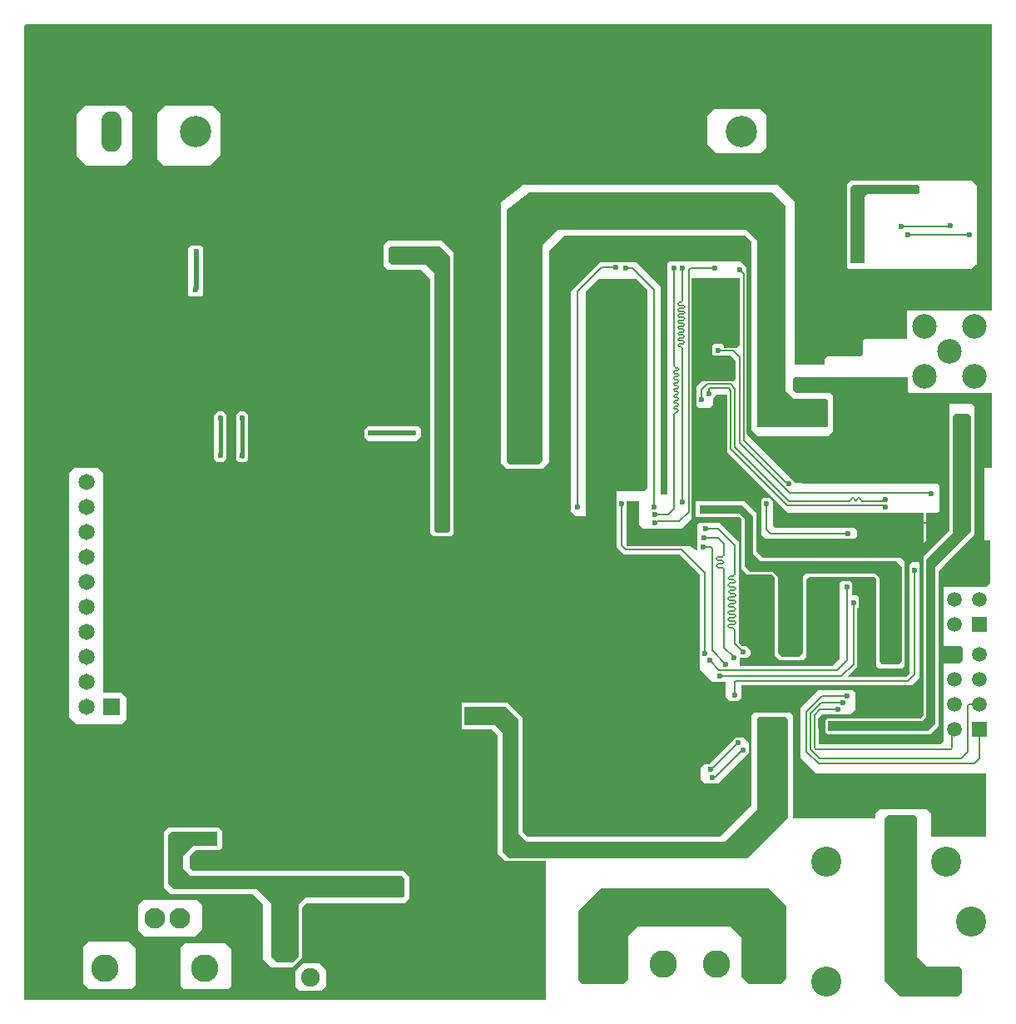
<source format=gbl>
G04*
G04 #@! TF.GenerationSoftware,Altium Limited,Altium Designer,21.0.8 (223)*
G04*
G04 Layer_Physical_Order=2*
G04 Layer_Color=37055*
%FSTAX24Y24*%
%MOIN*%
G70*
G04*
G04 #@! TF.SameCoordinates,736B94AB-3AD6-4132-BD99-26C8E2632B86*
G04*
G04*
G04 #@! TF.FilePolarity,Positive*
G04*
G01*
G75*
%ADD11C,0.0100*%
%ADD12C,0.0118*%
%ADD14C,0.0079*%
%ADD133C,0.0197*%
%ADD135C,0.0157*%
%ADD137C,0.0394*%
%ADD139C,0.1100*%
%ADD140C,0.1102*%
%ADD141C,0.0827*%
%ADD142C,0.1969*%
%ADD143C,0.1260*%
%ADD144O,0.0815X0.1630*%
%ADD145C,0.1200*%
%ADD146C,0.0591*%
%ADD147R,0.0591X0.0591*%
%ADD148C,0.0984*%
%ADD149R,0.0650X0.0650*%
%ADD150C,0.0650*%
%ADD151C,0.0750*%
%ADD152C,0.0236*%
%ADD153C,0.0276*%
%ADD154C,0.0118*%
%ADD155C,0.0197*%
G36*
X049134Y042756D02*
Y03937D01*
Y037717D01*
X045709D01*
Y036575D01*
X044016D01*
X043937Y036496D01*
Y035945D01*
X043858Y035866D01*
X04252D01*
X042402Y035748D01*
Y035551D01*
X04122Y035551D01*
Y036575D01*
Y042087D01*
X040551Y042756D01*
X037717D01*
Y04439D01*
X038091Y044016D01*
X039843D01*
X040079Y044252D01*
Y045551D01*
X039843Y045787D01*
X037992D01*
X037717Y045512D01*
X037717Y042756D01*
X030354D01*
X029449Y042047D01*
Y042126D01*
X029449Y042205D01*
X029449Y041732D01*
X028898Y042283D01*
X028898D01*
X029449Y041732D01*
X029449Y031614D01*
X029685Y031378D01*
X031102D01*
X031378Y031654D01*
X031378Y040118D01*
X031969Y040709D01*
X039252D01*
X039488Y040472D01*
Y039764D01*
Y039252D01*
X039488Y032953D01*
X039764Y032677D01*
X042559D01*
X042756Y032874D01*
Y034252D01*
Y034291D01*
X042638Y034409D01*
X04126D01*
X041142Y034528D01*
Y034961D01*
X04122Y035039D01*
X045748D01*
Y034488D01*
X045827Y034409D01*
X045827Y034409D01*
X048819D01*
X048819Y034409D01*
X049134D01*
Y031417D01*
X048819D01*
X048819Y028504D01*
X049055D01*
X049055Y028268D01*
X049055Y026811D01*
X048898Y026654D01*
X048819Y026654D01*
X048819Y027704D01*
Y026654D01*
X047323D01*
X047169Y026654D01*
Y024291D01*
X047874D01*
X047953Y024213D01*
Y023701D01*
X047835Y023583D01*
X047169D01*
Y020673D01*
X047169Y020599D01*
X047169Y020476D01*
X047047Y020354D01*
X042205D01*
X042169Y02039D01*
Y020559D01*
X042169Y020582D01*
X042165Y021378D01*
X042323Y021535D01*
X043465D01*
X043661Y021732D01*
Y022402D01*
X043543Y02252D01*
X042165D01*
X041928Y022282D01*
X041935D01*
X041457Y021804D01*
Y019803D01*
X042087Y019173D01*
X048898D01*
X048898Y017756D01*
Y016654D01*
X046693D01*
Y017559D01*
X046496Y017756D01*
X044646D01*
X044449Y017559D01*
X044449Y017362D01*
X044055Y017362D01*
Y017362D01*
X041142D01*
Y019173D01*
Y020118D01*
X041142Y020118D01*
X041142Y021496D01*
X041024Y021614D01*
X039606D01*
X039488Y021496D01*
Y020354D01*
X039488Y020354D01*
X039488Y020354D01*
X039488Y019724D01*
X039488Y018701D01*
X038375Y018701D01*
X039488D01*
X039488Y017913D01*
X038228Y016654D01*
X030512Y016654D01*
X030315Y01685D01*
Y021417D01*
X030197Y021535D01*
X029724Y022008D01*
X027874D01*
Y020945D01*
X029094D01*
X029331Y020709D01*
X029331Y017008D01*
X027598Y017008D01*
X023799D01*
X029331Y017008D01*
X029331Y015945D01*
X029606Y015669D01*
X03126Y015669D01*
X03126Y010118D01*
X025827Y010118D01*
Y010118D01*
X023268Y010118D01*
X022244D01*
X019488Y010118D01*
Y010118D01*
X010354D01*
Y031417D01*
Y040394D01*
Y042362D01*
Y049094D01*
X010433Y049173D01*
X041929D01*
X04185Y049094D01*
X041929Y049173D01*
X049134D01*
Y042756D01*
D02*
G37*
G36*
X040866Y04189D02*
X040866Y034488D01*
X041181Y034173D01*
X04248D01*
X042559Y034094D01*
Y03311D01*
X04248Y033031D01*
X039724Y033031D01*
X039724Y040512D01*
X039291Y040945D01*
X031732Y040945D01*
X031102Y040315D01*
Y031693D01*
X030945Y031535D01*
X029803Y031535D01*
X029685Y031654D01*
X029685Y041758D01*
X030575Y042441D01*
X040315Y042441D01*
X040866Y04189D01*
D02*
G37*
G36*
X03Y021496D02*
X030157Y021339D01*
X030157Y016772D01*
X030472Y016457D01*
X038425Y016457D01*
X039724Y017756D01*
Y01818D01*
X039724Y021362D01*
X039819Y021457D01*
X040827D01*
X040945Y021339D01*
X040945Y017402D01*
X040551Y017008D01*
X040551D01*
Y017008D01*
X039331Y015787D01*
X029764Y015787D01*
X029505Y016046D01*
X029505Y016457D01*
D01*
X029505Y02081D01*
X029213Y021102D01*
X027992D01*
X027992Y02185D01*
X029646Y02185D01*
X03Y021496D01*
D02*
G37*
G36*
X040873Y013891D02*
X040873Y010975D01*
X040656Y010758D01*
X039357Y010758D01*
X039081Y011034D01*
X039081Y012611D01*
X038661Y013031D01*
X034921D01*
X034554Y012664D01*
Y010955D01*
X034357Y010758D01*
X032704Y010758D01*
X032546Y010916D01*
Y01253D01*
X032546Y013648D01*
X033465Y014567D01*
X040197Y014567D01*
X040873Y013891D01*
D02*
G37*
G36*
X045991Y01751D02*
X046109Y017392D01*
X046109Y011841D01*
X046493Y011457D01*
X047795Y011457D01*
X047913Y011339D01*
X047913Y010394D01*
X047747Y010227D01*
X04544Y010227D01*
X04481Y010857D01*
X04481Y017353D01*
X044967Y01751D01*
X045991Y01751D01*
D02*
G37*
%LPC*%
G36*
X017913Y045906D02*
X015984D01*
X015669Y045591D01*
Y04378D01*
X015945Y043504D01*
X017795D01*
X018228Y043937D01*
Y045591D01*
X017913Y045906D01*
D02*
G37*
G36*
X014409D02*
X012795D01*
X012441Y045551D01*
Y043898D01*
X012835Y043504D01*
X01437D01*
X014685Y043819D01*
X014685Y04563D01*
X014409Y045906D01*
D02*
G37*
G36*
X048307Y042913D02*
X043465Y042913D01*
X043307Y042756D01*
X043307Y039449D01*
X043386Y03937D01*
X048307D01*
X048465Y039528D01*
X048504D01*
Y042717D01*
X048307Y042913D01*
D02*
G37*
G36*
X017438Y040318D02*
X017051D01*
X016929Y040197D01*
Y038328D01*
X01697Y038287D01*
X017461D01*
X01752Y038346D01*
Y040236D01*
X017438Y040318D01*
D02*
G37*
G36*
X026142Y033071D02*
X024134D01*
X023976Y032913D01*
Y032638D01*
X024134Y03248D01*
X026074D01*
X02626Y032666D01*
Y032953D01*
X026142Y033071D01*
D02*
G37*
G36*
X018305Y033661D02*
X01811D01*
X017953Y033504D01*
Y031772D01*
X018071Y031654D01*
X018324D01*
X018448Y031778D01*
Y033519D01*
X018305Y033661D01*
D02*
G37*
G36*
X019173D02*
X018986D01*
X018852Y033527D01*
Y031756D01*
X018958Y03165D01*
X019229D01*
X019331Y031752D01*
Y033504D01*
X019173Y033661D01*
D02*
G37*
G36*
X039055Y039685D02*
X036181D01*
X036102Y039606D01*
Y030354D01*
X035866D01*
Y038661D01*
X034882Y039646D01*
X033425D01*
X032244Y038465D01*
Y029685D01*
X032441Y029488D01*
X032835D01*
X032835Y038465D01*
X033346Y038976D01*
X034882Y038976D01*
X035315Y038543D01*
X035315Y030591D01*
X035197Y030472D01*
X034094Y030472D01*
Y028583D01*
Y028228D01*
X03437Y027953D01*
X036575D01*
X037402Y027126D01*
Y023346D01*
X037913Y022835D01*
X038465D01*
Y022717D01*
Y022205D01*
X038543Y022126D01*
X038583Y022087D01*
X038987D01*
X039094Y022194D01*
Y022717D01*
X045945D01*
X04622Y022992D01*
X04622Y027598D01*
X046192Y027626D01*
X045911D01*
X045827Y027542D01*
X045827Y023189D01*
X045669Y023031D01*
X043307D01*
X043701Y023425D01*
X043701D01*
Y025748D01*
X043701D01*
X04378Y025827D01*
Y02622D01*
X043701Y026299D01*
X043504D01*
Y026811D01*
X043425Y02689D01*
X043122D01*
X043032Y026799D01*
Y02378D01*
X042795Y023543D01*
X042717Y023465D01*
X040276Y023465D01*
D01*
X03944Y023465D01*
Y023465D01*
X039016D01*
X039016Y023819D01*
X039331D01*
X03944Y023928D01*
Y024103D01*
X039252Y024291D01*
X039094D01*
X038976Y024409D01*
Y024567D01*
X038976Y024567D01*
X038976Y028425D01*
X039094Y028425D01*
Y027362D01*
X039331Y027126D01*
X039488D01*
Y027126D01*
X040315Y027126D01*
X040433Y027008D01*
Y023898D01*
X04063Y023701D01*
X041553D01*
X041693Y02384D01*
X041693Y026929D01*
X041811Y027047D01*
X042874Y027047D01*
X042874Y027047D01*
X044409D01*
X044488Y026969D01*
Y023465D01*
X044567Y023386D01*
X045551D01*
X04563Y023465D01*
X04563Y027657D01*
X045492Y027795D01*
X039961D01*
X039685Y028071D01*
X039685Y028504D01*
X039685D01*
X039685Y029606D01*
X039213Y030079D01*
X037362Y030079D01*
X037264D01*
Y029469D01*
X037283Y029449D01*
X039016D01*
X039094Y02937D01*
Y028425D01*
X038976D01*
Y029134D01*
D01*
X038976Y028425D01*
X038189Y029213D01*
X037402D01*
X037325Y029136D01*
X037323Y0285D01*
Y028071D01*
X037028Y028268D01*
X034528D01*
X034488Y028307D01*
X034488Y030079D01*
X035Y030079D01*
X035Y029134D01*
X035157Y028976D01*
X036693Y028976D01*
X037087Y02937D01*
Y030157D01*
Y03374D01*
Y03622D01*
Y039016D01*
X039016D01*
Y036339D01*
X038898Y03622D01*
X038386D01*
X038386Y036299D01*
X038307Y036378D01*
X037992Y036378D01*
X037913Y036299D01*
Y036181D01*
Y03598D01*
X037988Y035906D01*
X038661D01*
X038858Y035709D01*
Y034961D01*
X03878Y034882D01*
X03748D01*
X037283Y034685D01*
Y033898D01*
X037362Y033819D01*
X037835D01*
X037953Y033937D01*
Y034213D01*
X038071Y034331D01*
X038504D01*
Y03378D01*
X038504Y032047D01*
X039882Y030669D01*
Y030669D01*
X040945Y029606D01*
X046377Y029606D01*
Y028385D01*
X046496Y028504D01*
Y029606D01*
X046929Y029606D01*
X047008Y029685D01*
X047008Y029016D01*
X047008Y029016D01*
Y030709D01*
X046929Y030787D01*
X041535D01*
X041527Y030796D01*
X041252Y030796D01*
X039291Y032756D01*
X039291Y033031D01*
X039291Y039252D01*
X039291Y039449D01*
X039055Y039685D01*
D02*
G37*
G36*
X027087Y040512D02*
X024921D01*
X024764Y040354D01*
Y039488D01*
X024921Y039331D01*
X02626D01*
X026614Y038976D01*
X026614Y033346D01*
Y031181D01*
X026614D01*
Y028796D01*
X026749Y028661D01*
X027441D01*
X027559Y02878D01*
X027559Y040039D01*
X027087Y040512D01*
D02*
G37*
G36*
X040197Y030197D02*
X039958D01*
X039882Y030121D01*
Y029803D01*
Y02874D01*
X040059Y028563D01*
X043602Y028563D01*
X043701Y028661D01*
X043701Y028898D01*
X043583Y029016D01*
X041012Y029016D01*
X040433Y029016D01*
X040335Y029114D01*
X040335Y030059D01*
X040197Y030197D01*
D02*
G37*
G36*
X043898Y029016D02*
X043601D01*
X043898Y029016D01*
Y028504D01*
X043898Y029016D01*
D02*
G37*
G36*
X043547Y028504D02*
X04171D01*
X043898Y028504D01*
X043547Y028504D01*
D02*
G37*
G36*
X044966Y028321D02*
X04493Y028307D01*
X04498D01*
X044966Y028321D01*
D02*
G37*
G36*
X033504Y027835D02*
X031102D01*
D01*
X033504Y027835D01*
Y027835D01*
D02*
G37*
G36*
X027992Y026929D02*
Y026929D01*
X032087D01*
X027992Y026929D01*
D02*
G37*
G36*
X039094Y02189D02*
X038937Y021732D01*
Y021732D01*
X039094Y02189D01*
D02*
G37*
G36*
X012384Y031417D02*
X012165Y031198D01*
Y021417D01*
X012441Y021142D01*
X014252D01*
X014449Y021339D01*
Y022205D01*
X014252Y022402D01*
X013504D01*
Y03122D01*
X013307Y031417D01*
X012384D01*
D02*
G37*
G36*
X048307Y033976D02*
X047402D01*
X047402Y028898D01*
X046378Y027874D01*
X046378Y022402D01*
X046378Y022402D01*
Y021496D01*
X04626Y021378D01*
X04252D01*
X042452Y02131D01*
Y020825D01*
X042529Y020748D01*
X046654D01*
X046968Y021063D01*
Y027283D01*
X047205Y02752D01*
X048425Y02874D01*
Y033858D01*
X048307Y033976D01*
D02*
G37*
G36*
X039189Y020594D02*
X038862D01*
X037795Y019528D01*
X037598D01*
X037441Y01937D01*
Y018937D01*
X037598Y01878D01*
X03815D01*
X039173Y019803D01*
X039409Y019803D01*
X039173Y019803D01*
X03937Y02D01*
Y020413D01*
X039189Y020594D01*
D02*
G37*
G36*
X037376Y018701D02*
X03689D01*
X037376D01*
D01*
D02*
G37*
G36*
X038071D02*
X037677D01*
D01*
X038071D01*
D01*
D02*
G37*
G36*
X018144Y017008D02*
X016108D01*
X015945Y016845D01*
Y014606D01*
X01622Y014331D01*
X017479Y014331D01*
X017479Y014331D01*
Y014331D01*
X019528D01*
X019921Y013937D01*
X019921Y011772D01*
Y011732D01*
X020236Y011417D01*
X021102D01*
X021496Y011811D01*
Y013819D01*
X021654Y013976D01*
X02248D01*
X025593Y013976D01*
X025787Y014171D01*
Y015039D01*
X025551Y015276D01*
X0171D01*
X016968Y015407D01*
X016968Y015866D01*
X017205Y016102D01*
X018183Y016102D01*
X018268Y016187D01*
X018268Y016884D01*
X018144Y017008D01*
D02*
G37*
G36*
X017283Y014094D02*
X015118D01*
X014921Y013898D01*
Y012913D01*
X015197Y012638D01*
X016299D01*
X016306Y012631D01*
X017198D01*
X017479Y012912D01*
X017479Y013896D01*
X017283Y014094D01*
D02*
G37*
G36*
X016299Y012441D02*
X014803D01*
X016299Y012441D01*
Y012441D01*
D02*
G37*
G36*
X018425Y012362D02*
X01679D01*
X016614Y012186D01*
X016614Y010675D01*
X016738Y010551D01*
X018543D01*
X018661Y010669D01*
Y012126D01*
X018425Y012362D01*
D02*
G37*
G36*
X014522Y012441D02*
X012913D01*
X012717Y012244D01*
Y010789D01*
X012955Y010551D01*
X01464D01*
X014803Y010714D01*
X014803Y01216D01*
X014522Y012441D01*
D02*
G37*
G36*
X021732Y011575D02*
X021535Y011575D01*
X02122Y01126D01*
Y01063D01*
X021378Y010472D01*
X022239D01*
X022441Y010675D01*
Y011299D01*
X022165Y011575D01*
X021732Y011575D01*
D02*
G37*
%LPD*%
G36*
X04622Y042677D02*
X04622Y042441D01*
X046142Y042362D01*
X044094D01*
X044016Y042283D01*
X044016Y039606D01*
X043465Y039606D01*
Y039882D01*
Y042638D01*
X043583Y042756D01*
X046142D01*
X04622Y042677D01*
D02*
G37*
G36*
X039134Y029921D02*
X039567Y029488D01*
X039567Y027953D01*
X039843Y027677D01*
X045276Y027677D01*
X045512Y027441D01*
Y023661D01*
X045472Y023622D01*
Y023622D01*
X045394Y023543D01*
X045394Y023543D01*
X044724Y023543D01*
X044724D01*
X044677Y023591D01*
X044606Y023661D01*
X044606Y027008D01*
X044449Y027165D01*
X041654Y027165D01*
X041535Y027047D01*
X041535D01*
D01*
X041535Y024016D01*
X041378Y023858D01*
X040709D01*
X040551Y024016D01*
X040551Y027047D01*
X040366Y027232D01*
X040354Y027244D01*
X039449Y027244D01*
X039213Y02748D01*
Y02937D01*
X039016Y029567D01*
X037402Y029567D01*
Y029921D01*
X039134Y029921D01*
D02*
G37*
G36*
X027008Y040276D02*
X027402Y039882D01*
X027402Y028898D01*
X027323Y028819D01*
X02685D01*
X026772Y028898D01*
X026772Y039213D01*
X026457Y039528D01*
X025079Y039528D01*
X024961Y039646D01*
Y040197D01*
X025039Y040276D01*
X027008Y040276D01*
D02*
G37*
G36*
X048268Y033465D02*
Y032992D01*
X048268Y032992D01*
X048268Y028858D01*
X04685Y027441D01*
Y021176D01*
X046541Y020866D01*
X042559Y020866D01*
X042559Y02126D01*
X046333Y02126D01*
X046496Y021423D01*
Y027756D01*
X047559Y028819D01*
X047559Y033268D01*
Y033465D01*
X047677Y033583D01*
X04815Y033583D01*
X048268Y033465D01*
D02*
G37*
G36*
X018071Y01626D02*
X017126D01*
X016732Y015866D01*
Y015354D01*
X017008Y015079D01*
X025472D01*
X025591Y014961D01*
X025591Y014291D01*
X025512Y014213D01*
X021614D01*
X021339Y013937D01*
X021339Y01185D01*
X021102Y011614D01*
X020472Y011614D01*
X020236Y01185D01*
X020236Y013976D01*
X019685Y014528D01*
X016339Y014528D01*
X016102Y014764D01*
X016102Y016693D01*
X01626Y01685D01*
X018071D01*
Y01626D01*
D02*
G37*
%LPC*%
G36*
X016654Y015906D02*
X016654Y015079D01*
X016968Y014764D01*
X020846D01*
X016968Y014764D01*
X016654Y015079D01*
Y015906D01*
D02*
G37*
%LPD*%
D11*
X033637Y011566D02*
Y012338D01*
X033695Y013268D02*
X038738D01*
X033637Y013209D02*
X033695Y013268D01*
X038738D02*
X039798Y012207D01*
X033637Y012338D02*
Y013209D01*
X046558Y021024D02*
X046693Y021158D01*
Y027441D01*
X044888Y021024D02*
X046558D01*
X046693Y027441D02*
X047717Y028465D01*
X04298Y021051D02*
X044861D01*
X044888Y021024D01*
X040807Y033189D02*
X041978D01*
X030442Y032126D02*
Y035948D01*
X030147Y032123D02*
X030442D01*
X030415Y031804D02*
X030429Y031817D01*
X030412Y031807D02*
X030415Y031804D01*
X030442Y032123D02*
Y032126D01*
X047717Y028465D02*
Y033031D01*
X040611Y041417D02*
X040669Y041359D01*
Y033326D02*
Y041359D01*
X030315Y039863D02*
X03187Y041417D01*
X040611D01*
X041978Y033188D02*
X042321D01*
X041978Y033189D02*
X041978Y033188D01*
X042321D02*
X042321Y033187D01*
X040669Y033326D02*
X040807Y033189D01*
X029843Y031811D02*
X030118D01*
X030122Y031807D02*
X030412D01*
X030118Y031811D02*
X030122Y031807D01*
X030315Y036075D02*
X030442Y035948D01*
X030429Y03211D02*
X030442Y032123D01*
X030429Y031817D02*
Y03211D01*
X030315Y036075D02*
Y039863D01*
X039798Y012002D02*
Y012207D01*
Y012002D02*
X040117Y011684D01*
D12*
X025425Y015472D02*
X02559D01*
X024425D02*
X025425D01*
X023425D02*
X024425D01*
X023383D02*
X023425D01*
X02559D02*
X025683Y015566D01*
X023289D02*
X023383Y015472D01*
X020371Y015566D02*
X023289D01*
X025683D02*
X027805D01*
X046071Y017984D02*
X047795D01*
X047842Y018032D02*
X047874D01*
X047795Y017984D02*
X047842Y018032D01*
X027806Y013429D02*
Y013461D01*
X02579Y040091D02*
X025849Y04015D01*
X025513Y040091D02*
X02579D01*
X025494Y040072D02*
X025513Y040091D01*
X025849Y04015D02*
X026307D01*
X027Y034662D02*
Y039457D01*
X026307Y04015D02*
X027Y039457D01*
X026929Y029259D02*
Y034591D01*
X027Y029153D02*
Y029189D01*
X026929Y029259D02*
X027Y029189D01*
X026929Y034591D02*
X027Y034662D01*
X026946Y029014D02*
X027223Y029291D01*
X027244D01*
X026925Y029014D02*
X026946D01*
X027244Y029016D02*
Y029291D01*
X027805Y015566D02*
X027874Y015496D01*
Y014843D02*
Y015496D01*
Y013528D02*
Y014843D01*
X027806Y013461D02*
X027874Y013528D01*
D14*
X038386Y027343D02*
G03*
X038307Y027421I-000079J0D01*
G01*
X038071Y02749D02*
G03*
X03814Y027421I000069J0D01*
G01*
Y027559D02*
G03*
X038071Y02749I0J-000069D01*
G01*
X038318Y027559D02*
G03*
X038387Y027628I0J000069D01*
G01*
Y027628D02*
G03*
X038318Y027697I-000069J0D01*
G01*
X038071Y027766D02*
G03*
X03814Y027697I000069J0D01*
G01*
Y027835D02*
G03*
X038071Y027766I0J-000069D01*
G01*
X038307Y027835D02*
G03*
X038386Y027913I0J000079D01*
G01*
X036378Y035492D02*
G03*
X036457Y035413I000079J0D01*
G01*
X036516Y035295D02*
G03*
X036516Y035413I0J000059D01*
G01*
X036427Y035295D02*
G03*
X036427Y035177I0J-000059D01*
G01*
X036516Y035059D02*
G03*
X036516Y035177I0J000059D01*
G01*
X036427Y035059D02*
G03*
X036427Y034941I0J-000059D01*
G01*
X036516Y034823D02*
G03*
X036516Y034941I0J000059D01*
G01*
X036427Y034823D02*
G03*
X036427Y034705I0J-000059D01*
G01*
X036516Y034587D02*
G03*
X036516Y034705I0J000059D01*
G01*
X036427Y034587D02*
G03*
X036427Y034469I0J-000059D01*
G01*
X036516Y03435D02*
G03*
X036516Y034469I0J000059D01*
G01*
X036427Y03435D02*
G03*
X036427Y034232I0J-000059D01*
G01*
X036516Y034114D02*
G03*
X036516Y034232I0J000059D01*
G01*
X036427Y034114D02*
G03*
X036427Y033996I0J-000059D01*
G01*
X036516Y033878D02*
G03*
X036516Y033996I0J000059D01*
G01*
X036427Y033878D02*
G03*
X036427Y03376I0J-000059D01*
G01*
X036516Y033642D02*
G03*
X036516Y03376I0J000059D01*
G01*
X036457Y033642D02*
G03*
X036378Y033563I0J-000079D01*
G01*
X036732Y036181D02*
G03*
X036653Y03626I-000079J0D01*
G01*
X036594Y036378D02*
G03*
X036594Y03626I0J-000059D01*
G01*
X036752Y036378D02*
G03*
X036752Y036496I0J000059D01*
G01*
X036594Y036614D02*
G03*
X036594Y036496I0J-000059D01*
G01*
X036752Y036614D02*
G03*
X036752Y036732I0J000059D01*
G01*
X036594Y03685D02*
G03*
X036594Y036732I0J-000059D01*
G01*
X036752Y03685D02*
G03*
X036752Y036969I0J000059D01*
G01*
X036594Y037087D02*
G03*
X036594Y036969I0J-000059D01*
G01*
X036752Y037087D02*
G03*
X036752Y037205I0J000059D01*
G01*
X036594Y037323D02*
G03*
X036594Y037205I0J-000059D01*
G01*
X036752Y037323D02*
G03*
X036752Y037441I0J000059D01*
G01*
X036594Y037559D02*
G03*
X036594Y037441I0J-000059D01*
G01*
X036752Y037559D02*
G03*
X036752Y037677I0J000059D01*
G01*
X036594Y037795D02*
G03*
X036594Y037677I0J-000059D01*
G01*
X036752Y037795D02*
G03*
X036752Y037913I0J000059D01*
G01*
X036594Y038031D02*
G03*
X036594Y037913I0J-000059D01*
G01*
X036653Y038031D02*
G03*
X036732Y03811I0J000079D01*
G01*
X038819Y024923D02*
G03*
X03874Y025002I-000079J0D01*
G01*
X038543Y025071D02*
G03*
X038612Y025002I000069J0D01*
G01*
Y02514D02*
G03*
X038543Y025071I0J-000069D01*
G01*
X038789Y02514D02*
G03*
X038858Y025209I0J000069D01*
G01*
Y025209D02*
G03*
X038789Y025278I-000069J0D01*
G01*
X038543Y025346D02*
G03*
X038612Y025278I000069J0D01*
G01*
Y025415D02*
G03*
X038543Y025346I0J-000069D01*
G01*
X038789Y025415D02*
G03*
X038858Y025484I0J000069D01*
G01*
Y025484D02*
G03*
X038789Y025553I-000069J0D01*
G01*
X038543Y025622D02*
G03*
X038612Y025553I000069J0D01*
G01*
Y025691D02*
G03*
X038543Y025622I0J-000069D01*
G01*
X038789Y025691D02*
G03*
X038858Y02576I0J000069D01*
G01*
Y02576D02*
G03*
X038789Y025829I-000069J0D01*
G01*
X038543Y025898D02*
G03*
X038612Y025829I000069J0D01*
G01*
Y025967D02*
G03*
X038543Y025898I0J-000069D01*
G01*
X038789Y025967D02*
G03*
X038858Y026035I0J000069D01*
G01*
Y026035D02*
G03*
X038789Y026104I-000069J0D01*
G01*
X038543Y026173D02*
G03*
X038612Y026104I000069J0D01*
G01*
Y026242D02*
G03*
X038543Y026173I0J-000069D01*
G01*
X038789Y026242D02*
G03*
X038858Y026311I0J000069D01*
G01*
Y026311D02*
G03*
X038789Y02638I-000069J0D01*
G01*
X038578Y026449D02*
G03*
X038647Y02638I000069J0D01*
G01*
Y026518D02*
G03*
X038578Y026449I0J-000069D01*
G01*
X038789Y026518D02*
G03*
X038858Y026587I0J000069D01*
G01*
Y026587D02*
G03*
X038789Y026656I-000069J0D01*
G01*
X038543Y026724D02*
G03*
X038612Y026656I000069J0D01*
G01*
Y026793D02*
G03*
X038543Y026724I0J-000069D01*
G01*
X038789Y026793D02*
G03*
X038858Y026862I0J000069D01*
G01*
Y026862D02*
G03*
X038789Y026931I-000069J0D01*
G01*
X038543Y027D02*
G03*
X038612Y026931I000069J0D01*
G01*
Y027069D02*
G03*
X038543Y027I0J-000069D01*
G01*
X03874Y027069D02*
G03*
X038819Y027148I0J000079D01*
G01*
X043845Y030157D02*
G03*
X043924Y030079I000079J0D01*
G01*
X043845Y030177D02*
G03*
X043727Y030177I-000059J0D01*
G01*
X043609Y030138D02*
G03*
X043727Y030138I000059J0D01*
G01*
X043609Y030177D02*
G03*
X04349Y030177I-000059J0D01*
G01*
X043412Y030079D02*
G03*
X04349Y030157I0J000079D01*
G01*
X041983Y036769D02*
X041994Y036758D01*
X041983Y036769D02*
Y038189D01*
X041732Y041732D02*
Y042441D01*
Y04169D02*
Y041732D01*
X044298Y042559D02*
X046063D01*
X046083Y04254D01*
X043701Y041962D02*
X044298Y042559D01*
X040932Y030777D02*
X040974D01*
X040872Y030836D02*
X040932Y030777D01*
X040029Y031664D02*
X040029D01*
X040857Y030836D02*
X040872D01*
X040029Y031664D02*
X040857Y030836D01*
X039173Y03252D02*
X040029Y031664D01*
X039016Y032402D02*
X041024Y030394D01*
X046676D01*
X039016Y032402D02*
Y035827D01*
X03874Y036102D02*
X039016Y035827D01*
X038661Y032179D02*
X040919Y029921D01*
X038819Y032244D02*
Y034586D01*
X038661Y032179D02*
Y034521D01*
X038576Y034606D02*
X038661Y034521D01*
X040919Y029921D02*
X041654D01*
X038641Y034764D02*
X038819Y034586D01*
Y032244D02*
X040984Y030079D01*
X037706Y034764D02*
X038641D01*
X039001Y03934D02*
X039173Y039168D01*
Y03252D02*
Y039168D01*
X037047Y039409D02*
X038031D01*
X036969Y039331D02*
X037047Y039409D01*
X047527Y020204D02*
Y020834D01*
X04185Y020138D02*
X042225Y019764D01*
X042008Y020204D02*
Y021521D01*
X041693Y020042D02*
Y021652D01*
Y020042D02*
X042168Y019567D01*
X042008Y020204D02*
X042054Y020157D01*
X047481D02*
X047527Y020204D01*
X042054Y020157D02*
X047481D01*
X04185Y020138D02*
Y021586D01*
X042168Y019567D02*
X048425D01*
X042225Y019764D02*
X047874D01*
X041693Y021652D02*
X042325Y022283D01*
X04185Y021586D02*
X042272Y022008D01*
X047047Y023898D02*
X047591D01*
X047622Y023929D01*
X048425Y019567D02*
X048622Y019764D01*
X04815Y020039D02*
Y021883D01*
X047874Y019764D02*
X04815Y020039D01*
X048622Y019764D02*
Y020929D01*
X042008Y021521D02*
X042219Y021732D01*
X042325Y022283D02*
X043307D01*
X042272Y022008D02*
X04315D01*
X042219Y021732D02*
X042953D01*
X038386Y024219D02*
Y026949D01*
Y027343D01*
X03814Y027421D02*
X038307D01*
X038071Y02749D02*
Y02749D01*
X03814Y027559D02*
X038318D01*
X038387Y027628D02*
Y027628D01*
X03814Y027697D02*
X038318D01*
X038071Y027766D02*
Y027766D01*
X03814Y027835D02*
X038307D01*
X038386Y027913D02*
Y028061D01*
Y028091D01*
Y028386D01*
X037913Y024094D02*
Y028164D01*
X037849Y028228D02*
X037913Y028164D01*
Y024094D02*
X038465Y023543D01*
X037559Y028228D02*
X037849D01*
X037828Y034606D02*
X038576D01*
X043229Y029921D02*
X043372D01*
X043445D01*
X043789Y039912D02*
Y040088D01*
X043776Y040101D02*
X043789Y040088D01*
X043776Y040157D02*
X043816Y040198D01*
X043789Y039912D02*
X043819Y039882D01*
X043776Y040101D02*
Y040157D01*
X043816Y040198D02*
Y041291D01*
X041874Y038298D02*
X041983Y038189D01*
X041874Y038298D02*
Y041548D01*
X041732Y04169D02*
X041874Y041548D01*
X041732Y042441D02*
X043465Y044173D01*
X043701Y04171D02*
Y041962D01*
X043816Y041299D02*
Y041594D01*
X043701Y04171D02*
X043816Y041594D01*
X036378Y029764D02*
Y033406D01*
Y035492D02*
Y036267D01*
X036457Y035413D02*
X036516D01*
X036427Y035295D02*
X036516D01*
X036427Y035177D02*
X036516D01*
X036427Y035059D02*
X036516D01*
X036427Y034941D02*
X036516D01*
X036427Y034823D02*
X036516D01*
X036427Y034705D02*
X036516D01*
X036427Y034587D02*
X036516D01*
X036427Y034469D02*
X036516D01*
X036427Y03435D02*
X036516D01*
X036427Y034232D02*
X036516D01*
X036427Y034114D02*
X036516D01*
X036427Y033996D02*
X036516D01*
X036427Y033878D02*
X036516D01*
X036427Y03376D02*
X036516D01*
X036457Y033642D02*
X036516D01*
X036378Y033406D02*
Y033563D01*
Y036267D02*
Y039409D01*
X036142Y029528D02*
X036378Y029764D01*
X036732Y03004D02*
Y035879D01*
Y036181D01*
X036594Y03626D02*
X036653D01*
X036594Y036378D02*
X036752D01*
X036594Y036496D02*
X036752D01*
X036594Y036614D02*
X036752D01*
X036594Y036732D02*
X036752D01*
X036594Y03685D02*
X036752D01*
X036594Y036969D02*
X036752D01*
X036594Y037087D02*
X036752D01*
X036594Y037205D02*
X036752D01*
X036594Y037323D02*
X036752D01*
X036594Y037441D02*
X036752D01*
X036594Y037559D02*
X036752D01*
X036594Y037677D02*
X036752D01*
X036594Y037795D02*
X036752D01*
X036594Y037913D02*
X036752D01*
X036594Y038031D02*
X036653D01*
X036732Y03811D02*
Y038268D01*
Y039423D01*
X038819Y024606D02*
Y024923D01*
X038612Y025002D02*
X03874D01*
X038543Y025071D02*
Y025071D01*
X038612Y02514D02*
X038789D01*
X038858Y025209D02*
Y025209D01*
X038612Y025278D02*
X038789D01*
X038543Y025346D02*
Y025346D01*
X038612Y025415D02*
X038789D01*
X038858Y025484D02*
Y025484D01*
X038612Y025553D02*
X038789D01*
X038543Y025622D02*
Y025622D01*
X038612Y025691D02*
X038789D01*
X038858Y02576D02*
Y02576D01*
X038612Y025829D02*
X038789D01*
X038543Y025898D02*
Y025898D01*
X038612Y025967D02*
X038789D01*
X038858Y026035D02*
Y026035D01*
X038612Y026104D02*
X038789D01*
X038543Y026173D02*
Y026173D01*
X038612Y026242D02*
X038789D01*
X038858Y026311D02*
Y026311D01*
X038647Y02638D02*
X038789D01*
X038578Y026449D02*
Y026449D01*
X038647Y026518D02*
X038789D01*
X038858Y026587D02*
Y026587D01*
X038612Y026656D02*
X038789D01*
X038543Y026724D02*
Y026724D01*
X038612Y026793D02*
X038789D01*
X038858Y026862D02*
Y026862D01*
X038612Y026931D02*
X038789D01*
X038543Y027D02*
Y027D01*
X038612Y027069D02*
X03874D01*
X038819Y027148D02*
Y027325D01*
Y028307D01*
X037598Y028622D02*
X03815D01*
X038386Y028386D01*
X038819Y024373D02*
Y024606D01*
X038386Y024219D02*
X03878Y023826D01*
X044528Y044173D02*
X045387D01*
X043465D02*
X044528D01*
Y04302D02*
Y044173D01*
X0445Y042992D02*
X044528Y04302D01*
X045508Y041085D02*
X047395D01*
X045486Y041063D02*
X045508Y041085D01*
X047395D02*
X047417Y041106D01*
X04575Y04075D02*
X0482D01*
X045748Y040748D02*
X04575Y04075D01*
X045748Y040748D02*
X04767D01*
X0482Y04075D02*
X048202Y040752D01*
X045396Y044182D02*
X045482D01*
X045387Y044173D02*
X045396Y044182D01*
X045482D02*
X045512Y044213D01*
X038819Y024373D02*
X039141Y024051D01*
X03815Y028976D02*
X038819Y028307D01*
X03878Y023819D02*
Y023826D01*
X037638Y028976D02*
X03815D01*
X035704Y029267D02*
X03659D01*
X035607Y029213D02*
X03565D01*
X035704Y029267D01*
X03659D02*
X036969Y029646D01*
X035607Y029528D02*
X036142D01*
X036969Y029646D02*
Y039331D01*
X038223Y023071D02*
X043098D01*
X043583Y023556D01*
X037808Y023694D02*
X038195Y023307D01*
X042913D01*
X037808Y023694D02*
X037808D01*
X037612Y023989D02*
Y027217D01*
X036679Y02815D02*
X037612Y027217D01*
X038819Y022828D02*
X038865Y022874D01*
X045743D02*
X046024Y023155D01*
X038819Y022323D02*
Y022828D01*
X038865Y022874D02*
X045743D01*
X036732Y039423D02*
X036732Y039423D01*
Y03004D02*
X036732Y030039D01*
X03252Y029843D02*
Y038465D01*
X033485Y03943D02*
X034035D01*
X03252Y038465D02*
X033485Y03943D01*
X034449Y039409D02*
X034724D01*
X035591Y038543D01*
Y034028D02*
Y038543D01*
X040984Y030079D02*
X043372D01*
X043924D02*
X044413D01*
X043845Y030157D02*
Y030177D01*
X043727Y030138D02*
Y030177D01*
X043609Y030138D02*
Y030177D01*
X04349Y030157D02*
Y030177D01*
X043372Y030079D02*
X043412D01*
X037835Y019331D02*
X037877D01*
X03794Y019393D01*
X037949D02*
X038949Y020394D01*
Y020394D01*
X03794Y019393D02*
X037949D01*
X038061Y019045D02*
X039134Y020118D01*
X037913Y019016D02*
X037943Y019045D01*
X039134Y020118D02*
X039146D01*
X037943Y019045D02*
X038061D01*
X040092Y029137D02*
Y029969D01*
X040092Y028927D02*
Y029137D01*
Y028927D02*
X04024Y028778D01*
X04024Y028778D02*
X043348D01*
X034435Y02815D02*
X036679D01*
X035588Y034025D02*
X035591Y034028D01*
X042638Y029921D02*
X043229D01*
X039418Y027574D02*
Y029167D01*
X039175Y029752D02*
X039418Y02951D01*
X038794Y029752D02*
X039175D01*
X039418Y029167D02*
Y02951D01*
Y027574D02*
X039472Y02752D01*
X040636D01*
X046623Y029213D02*
X046784Y029052D01*
X047147D01*
X042677Y029213D02*
X046623D01*
X047147Y029052D02*
Y034252D01*
X046024Y023155D02*
Y027298D01*
X043307Y023701D02*
Y026654D01*
X042913Y023307D02*
X043307Y023701D01*
X043583Y023556D02*
Y026024D01*
X035394Y022165D02*
X035591Y021969D01*
X037402D01*
X047147Y034252D02*
X048615D01*
X045715D02*
X047147D01*
X035588Y029862D02*
Y034025D01*
Y029862D02*
X035598Y029852D01*
X034291Y028294D02*
Y029961D01*
Y028294D02*
X034435Y02815D01*
X041968Y023858D02*
Y025827D01*
X045627Y014988D02*
Y016281D01*
Y014988D02*
X045676Y01494D01*
X04559Y011047D02*
Y013604D01*
X045781Y010857D02*
X04729D01*
X04559Y013604D02*
X045676Y01369D01*
Y01494D01*
X04559Y011047D02*
X045781Y010857D01*
X041983Y038189D02*
X042023Y03815D01*
X04374D01*
X046676Y030394D02*
X04668Y03039D01*
X0448Y030154D02*
X044843D01*
X044413Y030079D02*
X044725D01*
X0448Y030154D01*
X044741Y029921D02*
X044823Y029839D01*
X044843D01*
X043445Y029921D02*
X044741D01*
X041654D02*
X041772D01*
X042165D02*
X042638D01*
X041772D02*
X042165D01*
X045706Y034261D02*
X045715Y034252D01*
X048615D02*
X048661Y034206D01*
X045591Y034291D02*
X045621Y034261D01*
X048661Y027165D02*
Y034206D01*
X045621Y034261D02*
X045706D01*
X048622Y027126D02*
X048661Y027165D01*
X048122Y027126D02*
X048622D01*
X047622D02*
X048122D01*
X04815Y027098D01*
X045343Y024062D02*
X045354Y024073D01*
X04495Y024054D02*
X044957Y024062D01*
X045343D01*
X045354Y024073D02*
Y027277D01*
X045111Y02752D02*
X045354Y027277D01*
X03815Y036102D02*
X03874D01*
X03749Y034134D02*
Y034548D01*
Y034134D02*
X03749Y034134D01*
X037782Y034384D02*
Y03456D01*
X03749Y034548D02*
X037706Y034764D01*
X037782Y034384D02*
X037795Y03437D01*
X037782Y03456D02*
X037828Y034606D01*
X041184Y02752D02*
X045111D01*
X047527Y020834D02*
X047622Y020929D01*
X04815Y021883D02*
X048196Y021929D01*
X048622D01*
X028504Y021339D02*
X029605D01*
X029651Y021292D01*
Y016815D02*
Y021292D01*
Y016713D02*
X029654Y016715D01*
Y016813D01*
X029651Y016815D02*
X029654Y016813D01*
X029651Y016298D02*
Y016713D01*
X040712Y024035D02*
Y025429D01*
X040711Y025433D02*
Y025706D01*
X040709Y025709D02*
X040711Y025706D01*
X040712Y025429D02*
X040714Y025431D01*
X040709Y025709D02*
Y0261D01*
X040711Y025433D02*
X040714Y025431D01*
X040711Y024034D02*
X040712Y024035D01*
X040709Y0261D02*
X040787Y026179D01*
Y026528D01*
X040644Y027512D02*
X040669Y027487D01*
Y026646D02*
X040787Y026528D01*
X040902Y027516D02*
X040906Y02752D01*
X040636D02*
X040644Y027512D01*
X040648Y027516D02*
X040902D01*
X040644Y027512D02*
X040648Y027516D01*
X040669Y026646D02*
Y027487D01*
X040906Y02752D02*
X040908Y027518D01*
X041178D02*
X04118Y027516D01*
X041184Y02752D01*
X040908Y027518D02*
X041178D01*
X037524Y029775D02*
X037848D01*
X037518Y029781D02*
X037524Y029775D01*
X037848D02*
X03786Y029764D01*
X038775Y02977D02*
X038794Y029752D01*
X03786Y029764D02*
X038769D01*
X038775Y02977D01*
X020944Y011118D02*
X020954D01*
X021575Y011739D02*
Y012047D01*
X020654Y010827D02*
X020944Y011118D01*
X020954D02*
X021575Y011739D01*
X02073Y012104D02*
Y012969D01*
X016811Y014646D02*
X020591D01*
X020827Y014409D01*
X016393Y015064D02*
X016811Y014646D01*
X016393Y015064D02*
Y016418D01*
X02073Y012104D02*
X020827Y012008D01*
X0207Y012999D02*
X02073Y012969D01*
X020827Y012756D02*
Y014409D01*
Y012008D02*
Y012559D01*
X022885Y014409D02*
X022923Y014371D01*
X020827Y014409D02*
X022885D01*
X022923Y014371D02*
X025024D01*
X033071Y024252D02*
X035D01*
X026936D02*
X033071D01*
Y022992D02*
Y024252D01*
X035D02*
X035394Y023858D01*
Y02248D02*
Y023858D01*
X026788Y0244D02*
X026936Y024252D01*
X02675Y0244D02*
X026788D01*
D133*
X02595Y032815D02*
G03*
X025951Y032815I0J000197D01*
G01*
X024732Y032815D02*
X02595D01*
X02422Y032814D02*
X024732Y032815D01*
X025951Y032815D02*
X025962D01*
X017245Y038563D02*
Y040077D01*
X017229Y038536D02*
Y038547D01*
X017245Y038563D01*
X019704Y0352D02*
Y038381D01*
Y035054D02*
Y0352D01*
X020325Y031125D02*
X02045Y031D01*
X0197Y03175D02*
X020325Y031125D01*
X02045Y02905D02*
Y031D01*
Y0273D02*
Y02905D01*
X0211D01*
X018465Y03975D02*
X0218D01*
X02045Y0273D02*
X0212Y02655D01*
Y0245D02*
Y02655D01*
Y0245D02*
X0213Y0244D01*
X02185D01*
X02675D01*
X019709Y03855D02*
Y039689D01*
X0182Y039485D02*
X018465Y03975D01*
X019709Y038385D02*
Y03855D01*
X019723Y038535D02*
X020359D01*
X019709Y03855D02*
X019723Y038535D01*
X01768Y037892D02*
X017691Y037882D01*
X018085D01*
X0182Y037997D01*
Y039485D01*
X017655Y037892D02*
X01768D01*
X01885Y03935D02*
Y0396D01*
X0197Y03175D02*
Y03505D01*
X019704Y035054D01*
Y038381D02*
X019709Y038385D01*
D135*
X018222Y031898D02*
Y03342D01*
Y031898D02*
X018223Y031897D01*
X019094Y031867D02*
Y033383D01*
D137*
X019704Y0352D02*
X02035D01*
X020325Y031125D02*
X02035Y03115D01*
X0211D01*
X02185Y0244D02*
Y0267D01*
D139*
X035952Y011526D02*
D03*
X033952D02*
D03*
X038078D02*
D03*
X040078D02*
D03*
D140*
X017591Y011372D02*
D03*
X013591D02*
D03*
D141*
X016591Y013372D02*
D03*
X015591D02*
D03*
D142*
X030197Y011378D02*
D03*
X011417Y011339D02*
D03*
X011457Y047795D02*
D03*
D143*
X039098Y044882D02*
D03*
X017203D02*
D03*
D144*
X042559D02*
D03*
X013858D02*
D03*
D145*
X04729Y015657D02*
D03*
X04249Y010857D02*
D03*
X04829Y013257D02*
D03*
X04249Y015657D02*
D03*
X04729Y010857D02*
D03*
D146*
X047622Y027126D02*
D03*
Y026126D02*
D03*
Y025126D02*
D03*
X048622Y027126D02*
D03*
Y026126D02*
D03*
Y021929D02*
D03*
Y022929D02*
D03*
Y023929D02*
D03*
X047622Y020929D02*
D03*
Y021929D02*
D03*
Y022929D02*
D03*
Y023929D02*
D03*
D147*
X048622Y025126D02*
D03*
Y020929D02*
D03*
D148*
X046425Y037079D02*
D03*
Y035079D02*
D03*
X048425D02*
D03*
Y037079D02*
D03*
X047425Y036079D02*
D03*
D149*
X01385Y02185D02*
D03*
D150*
X01285D02*
D03*
X01385Y02285D02*
D03*
X01285D02*
D03*
X01385Y02385D02*
D03*
X01285D02*
D03*
X01385Y02485D02*
D03*
X01285D02*
D03*
X01385Y02585D02*
D03*
X01285D02*
D03*
X01385Y02685D02*
D03*
X01285D02*
D03*
X01385Y02785D02*
D03*
X01285D02*
D03*
X01385Y02885D02*
D03*
X01285D02*
D03*
X01385Y02985D02*
D03*
X01285D02*
D03*
X01385Y03085D02*
D03*
X01285D02*
D03*
D151*
X020827Y012008D02*
D03*
X022827D02*
D03*
X021827Y011008D02*
D03*
D152*
X041994Y036758D02*
D03*
X030472Y017165D02*
D03*
X031102Y016772D02*
D03*
X031024Y015463D02*
D03*
X030391Y01425D02*
D03*
X030394Y015472D02*
D03*
X031048Y013775D02*
D03*
X029717Y012748D02*
D03*
X027876Y012761D02*
D03*
X025204Y012766D02*
D03*
X046083Y04254D02*
D03*
X028228Y021654D02*
D03*
X040974Y030777D02*
D03*
X039001Y03934D02*
D03*
X038031Y039409D02*
D03*
X043307Y022283D02*
D03*
X04315Y022008D02*
D03*
X042953Y021732D02*
D03*
X04298Y021051D02*
D03*
X043819Y039882D02*
D03*
X041732Y041732D02*
D03*
X043816Y041299D02*
D03*
X036378Y039409D02*
D03*
X0445Y042992D02*
D03*
X045748Y040748D02*
D03*
X047452Y041112D02*
D03*
X045486Y041063D02*
D03*
X048202Y040752D02*
D03*
X045661Y044209D02*
D03*
X04374Y03815D02*
D03*
X03878Y023819D02*
D03*
X039141Y024051D02*
D03*
X038465Y023543D02*
D03*
X035607Y029528D02*
D03*
X037808Y023694D02*
D03*
X037612Y023989D02*
D03*
X038223Y023071D02*
D03*
X041968Y023858D02*
D03*
X038819Y022323D02*
D03*
X038949Y020394D02*
D03*
X040711Y024034D02*
D03*
X040065Y021016D02*
D03*
X041378Y024034D02*
D03*
X041178Y024252D02*
D03*
X041024Y024034D02*
D03*
X040869Y024252D02*
D03*
X039146Y020118D02*
D03*
X036732Y030039D02*
D03*
X036732Y039423D02*
D03*
X044843Y030154D02*
D03*
Y029839D02*
D03*
X037835Y019331D02*
D03*
X038937Y018543D02*
D03*
X037598Y028622D02*
D03*
X037559Y028228D02*
D03*
X037638Y028976D02*
D03*
X042677Y029213D02*
D03*
X043348Y028778D02*
D03*
X043307Y026654D02*
D03*
X043583Y026024D02*
D03*
X046024Y027298D02*
D03*
X045669Y021535D02*
D03*
X037402Y021969D02*
D03*
X018223Y031897D02*
D03*
X035598Y029852D02*
D03*
X035607Y029213D02*
D03*
X0357Y028499D02*
D03*
Y027441D02*
D03*
X040092Y029969D02*
D03*
X047147Y029052D02*
D03*
X03252Y029843D02*
D03*
X045315Y016614D02*
D03*
Y016339D02*
D03*
X045669D02*
D03*
X045983Y016341D02*
D03*
X045669Y016614D02*
D03*
X045984D02*
D03*
X047874Y018032D02*
D03*
X034291Y029961D02*
D03*
X034449Y039409D02*
D03*
X034035Y03943D02*
D03*
X041776Y033641D02*
D03*
X04213D02*
D03*
X042135Y033332D02*
D03*
X041781Y033334D02*
D03*
X041772Y033937D02*
D03*
X042126D02*
D03*
X047717Y033031D02*
D03*
X023898Y013425D02*
D03*
X04668Y03039D02*
D03*
X045591Y034291D02*
D03*
X041968Y025827D02*
D03*
X04535Y024069D02*
D03*
X04495Y024054D02*
D03*
X045354Y02378D02*
D03*
X044961D02*
D03*
X03815Y036102D02*
D03*
X037795Y03437D02*
D03*
X03749Y034134D02*
D03*
X046071Y017984D02*
D03*
X028819Y021654D02*
D03*
X028504D02*
D03*
X040392Y021009D02*
D03*
X040696Y021005D02*
D03*
X040066Y020716D02*
D03*
X040394Y020709D02*
D03*
X040698Y020705D02*
D03*
X037913Y019016D02*
D03*
X028228Y021339D02*
D03*
X028504D02*
D03*
X028819D02*
D03*
X040714Y025431D02*
D03*
X040709Y025709D02*
D03*
X040644Y027512D02*
D03*
X04118Y027516D02*
D03*
X040906Y02752D02*
D03*
X030714Y03241D02*
D03*
X030447D02*
D03*
X030144D02*
D03*
X029862Y032414D02*
D03*
X02422Y032814D02*
D03*
X025962Y032815D02*
D03*
X029857Y03213D02*
D03*
X03014Y032126D02*
D03*
X029843Y031811D02*
D03*
X030118D02*
D03*
X030442Y032126D02*
D03*
X030415Y031811D02*
D03*
X030709Y032126D02*
D03*
Y031811D02*
D03*
X033071Y022638D02*
D03*
X035079Y022165D02*
D03*
X035394D02*
D03*
X035079Y02248D02*
D03*
X025521Y040072D02*
D03*
X02523D02*
D03*
Y039685D02*
D03*
X025521D02*
D03*
X026929Y029291D02*
D03*
X027244D02*
D03*
X026925Y029014D02*
D03*
X027244Y029016D02*
D03*
X03274Y017047D02*
D03*
X029944Y016296D02*
D03*
X029651Y016298D02*
D03*
X029944Y015939D02*
D03*
X034843Y017047D02*
D03*
X020354Y012677D02*
D03*
X02036Y012362D02*
D03*
X02103Y012677D02*
D03*
X020703Y01268D02*
D03*
X025039Y014685D02*
D03*
X025369Y014681D02*
D03*
X025024Y014371D02*
D03*
X025353D02*
D03*
X017441Y016694D02*
D03*
Y016418D02*
D03*
X016393D02*
D03*
X042402Y01748D02*
D03*
X044961Y016339D02*
D03*
Y016614D02*
D03*
X03895Y018108D02*
D03*
X037815Y017638D02*
D03*
X034902D02*
D03*
X032776D02*
D03*
X038012Y017047D02*
D03*
X027874Y014843D02*
D03*
X025197Y013425D02*
D03*
X029691Y013423D02*
D03*
X027835D02*
D03*
X020371Y015566D02*
D03*
X016393Y016694D02*
D03*
X035394Y02248D02*
D03*
X017229Y038536D02*
D03*
X017245Y040077D02*
D03*
X033071Y022992D02*
D03*
X018222Y03342D02*
D03*
X0211Y02905D02*
D03*
X02675Y0244D02*
D03*
X02185Y0267D02*
D03*
Y0244D02*
D03*
X01885Y03935D02*
D03*
X017645Y0379D02*
D03*
X0218Y03975D02*
D03*
X02035Y0352D02*
D03*
X019087Y03342D02*
D03*
X0211Y03115D02*
D03*
X019088Y031903D02*
D03*
X020359Y038535D02*
D03*
D153*
X042559Y036772D02*
D03*
X043071D02*
D03*
X043661D02*
D03*
X04534Y03488D02*
D03*
X041995Y035755D02*
D03*
X045433Y036772D02*
D03*
X044724D02*
D03*
X044213D02*
D03*
X042047Y034882D02*
D03*
X044685D02*
D03*
X044094D02*
D03*
X043504D02*
D03*
X023769Y011448D02*
D03*
X016614Y027968D02*
D03*
X01566Y02874D02*
D03*
X01752Y030354D02*
D03*
X016575Y029496D02*
D03*
X01562D02*
D03*
X01752D02*
D03*
X017559Y027205D02*
D03*
Y027968D02*
D03*
X01562Y030354D02*
D03*
X016614Y027205D02*
D03*
X01566Y027968D02*
D03*
Y027205D02*
D03*
X017559Y02874D02*
D03*
X016575Y030354D02*
D03*
X016614Y02874D02*
D03*
X030552Y021677D02*
D03*
X030512Y021024D02*
D03*
X035472Y020276D02*
D03*
Y019606D02*
D03*
X034512Y020276D02*
D03*
X033512D02*
D03*
X032512D02*
D03*
X031512D02*
D03*
X030512D02*
D03*
X034512Y019606D02*
D03*
X033512D02*
D03*
X032512D02*
D03*
X031512D02*
D03*
X030512D02*
D03*
X029134Y020276D02*
D03*
X028228D02*
D03*
X027228D02*
D03*
X026228D02*
D03*
X025228D02*
D03*
X024228D02*
D03*
X023228D02*
D03*
X022228D02*
D03*
X021228D02*
D03*
X020228D02*
D03*
X019228D02*
D03*
X018228D02*
D03*
X018224Y019615D02*
D03*
X029134Y019606D02*
D03*
X028224Y019615D02*
D03*
X027224D02*
D03*
X026224D02*
D03*
X025224D02*
D03*
X024224D02*
D03*
X023224D02*
D03*
X022224D02*
D03*
X021224D02*
D03*
X020224D02*
D03*
X019224D02*
D03*
X031011Y013092D02*
D03*
Y01248D02*
D03*
X025425Y017472D02*
D03*
Y016472D02*
D03*
Y015472D02*
D03*
X024425Y017472D02*
D03*
Y016472D02*
D03*
Y015472D02*
D03*
X023425D02*
D03*
Y017472D02*
D03*
Y016472D02*
D03*
X020945Y010787D02*
D03*
X020276D02*
D03*
X019606Y013787D02*
D03*
Y012787D02*
D03*
Y011787D02*
D03*
Y010787D02*
D03*
X018937Y015787D02*
D03*
Y013787D02*
D03*
Y012787D02*
D03*
Y011787D02*
D03*
Y010787D02*
D03*
X028661Y01248D02*
D03*
X027661D02*
D03*
X026661D02*
D03*
X025661D02*
D03*
X024661D02*
D03*
X023661D02*
D03*
X028673Y011927D02*
D03*
X027673D02*
D03*
X026673D02*
D03*
X025673D02*
D03*
X024673D02*
D03*
X029724Y011929D02*
D03*
X023673Y011917D02*
D03*
X028677Y011378D02*
D03*
X027677D02*
D03*
X026677D02*
D03*
X025677D02*
D03*
X024677D02*
D03*
X022677D02*
D03*
X030677Y010866D02*
D03*
X028677D02*
D03*
X027677D02*
D03*
X026677D02*
D03*
X025677D02*
D03*
X024677D02*
D03*
X023677D02*
D03*
X022677D02*
D03*
X011929Y048346D02*
D03*
X010984D02*
D03*
X011457Y048504D02*
D03*
X0122Y048032D02*
D03*
X010709D02*
D03*
X012205Y047559D02*
D03*
X010713D02*
D03*
X011457Y047087D02*
D03*
X011929Y047244D02*
D03*
X010984D02*
D03*
X030669Y011929D02*
D03*
X030197Y012087D02*
D03*
X03094Y011614D02*
D03*
X029449D02*
D03*
X030945Y011142D02*
D03*
X029453D02*
D03*
X030197Y010669D02*
D03*
X030669Y010827D02*
D03*
X029724D02*
D03*
X010945Y010787D02*
D03*
X01189D02*
D03*
X011417Y01063D02*
D03*
X010674Y011102D02*
D03*
X012165D02*
D03*
X031102Y010354D02*
D03*
X029283D02*
D03*
X028283D02*
D03*
X027283D02*
D03*
X026283D02*
D03*
X025283D02*
D03*
X024283D02*
D03*
X023283D02*
D03*
X022283D02*
D03*
X021283D02*
D03*
X020283D02*
D03*
X019283D02*
D03*
X018283D02*
D03*
X017283D02*
D03*
X016283D02*
D03*
X015283D02*
D03*
X014283D02*
D03*
X013283D02*
D03*
X010669Y011575D02*
D03*
X012283Y010354D02*
D03*
X01063D02*
D03*
X013665Y012598D02*
D03*
Y013528D02*
D03*
Y014528D02*
D03*
Y015528D02*
D03*
Y016528D02*
D03*
Y017528D02*
D03*
X012669Y012598D02*
D03*
Y013527D02*
D03*
Y014528D02*
D03*
Y015528D02*
D03*
Y016528D02*
D03*
X011666Y012598D02*
D03*
X012161Y011575D02*
D03*
X011666Y013527D02*
D03*
Y014528D02*
D03*
Y015528D02*
D03*
Y016528D02*
D03*
Y017502D02*
D03*
X013669D02*
D03*
X012669D02*
D03*
X011669D02*
D03*
X010669D02*
D03*
X011417Y012047D02*
D03*
X010945Y01189D02*
D03*
X01189D02*
D03*
X010669Y012598D02*
D03*
Y013527D02*
D03*
Y014528D02*
D03*
Y015528D02*
D03*
Y016528D02*
D03*
Y018575D02*
D03*
Y019575D02*
D03*
Y020575D02*
D03*
Y021575D02*
D03*
Y022575D02*
D03*
Y023575D02*
D03*
Y024575D02*
D03*
Y025575D02*
D03*
Y026575D02*
D03*
Y027575D02*
D03*
Y028575D02*
D03*
Y029575D02*
D03*
Y030575D02*
D03*
Y031575D02*
D03*
Y032575D02*
D03*
Y033575D02*
D03*
Y034575D02*
D03*
Y035575D02*
D03*
Y036575D02*
D03*
Y037575D02*
D03*
Y038575D02*
D03*
Y039575D02*
D03*
Y040575D02*
D03*
Y041575D02*
D03*
Y042575D02*
D03*
Y043575D02*
D03*
Y044575D02*
D03*
Y045575D02*
D03*
Y046575D02*
D03*
D154*
X037518Y029781D02*
D03*
X038775D02*
D03*
X037854D02*
D03*
D155*
X024732Y032815D02*
D03*
M02*

</source>
